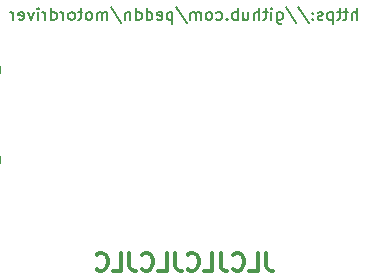
<source format=gbo>
%TF.GenerationSoftware,KiCad,Pcbnew,6.0.11-2627ca5db0~126~ubuntu22.04.1*%
%TF.CreationDate,2023-02-23T11:24:01+01:00*%
%TF.ProjectId,motordriver,6d6f746f-7264-4726-9976-65722e6b6963,rev?*%
%TF.SameCoordinates,Original*%
%TF.FileFunction,Legend,Bot*%
%TF.FilePolarity,Positive*%
%FSLAX46Y46*%
G04 Gerber Fmt 4.6, Leading zero omitted, Abs format (unit mm)*
G04 Created by KiCad (PCBNEW 6.0.11-2627ca5db0~126~ubuntu22.04.1) date 2023-02-23 11:24:01*
%MOMM*%
%LPD*%
G01*
G04 APERTURE LIST*
G04 Aperture macros list*
%AMRoundRect*
0 Rectangle with rounded corners*
0 $1 Rounding radius*
0 $2 $3 $4 $5 $6 $7 $8 $9 X,Y pos of 4 corners*
0 Add a 4 corners polygon primitive as box body*
4,1,4,$2,$3,$4,$5,$6,$7,$8,$9,$2,$3,0*
0 Add four circle primitives for the rounded corners*
1,1,$1+$1,$2,$3*
1,1,$1+$1,$4,$5*
1,1,$1+$1,$6,$7*
1,1,$1+$1,$8,$9*
0 Add four rect primitives between the rounded corners*
20,1,$1+$1,$2,$3,$4,$5,0*
20,1,$1+$1,$4,$5,$6,$7,0*
20,1,$1+$1,$6,$7,$8,$9,0*
20,1,$1+$1,$8,$9,$2,$3,0*%
G04 Aperture macros list end*
%ADD10C,0.300000*%
%ADD11C,0.200000*%
%ADD12RoundRect,0.250000X-0.625000X0.350000X-0.625000X-0.350000X0.625000X-0.350000X0.625000X0.350000X0*%
%ADD13O,1.750000X1.200000*%
%ADD14R,2.400000X1.600000*%
%ADD15O,2.400000X1.600000*%
%ADD16C,0.800000*%
%ADD17C,6.400000*%
%ADD18RoundRect,0.250000X0.625000X-0.350000X0.625000X0.350000X-0.625000X0.350000X-0.625000X-0.350000X0*%
G04 APERTURE END LIST*
D10*
X146728571Y-115778571D02*
X146728571Y-116850000D01*
X146800000Y-117064285D01*
X146942857Y-117207142D01*
X147157142Y-117278571D01*
X147300000Y-117278571D01*
X145300000Y-117278571D02*
X146014285Y-117278571D01*
X146014285Y-115778571D01*
X143942857Y-117135714D02*
X144014285Y-117207142D01*
X144228571Y-117278571D01*
X144371428Y-117278571D01*
X144585714Y-117207142D01*
X144728571Y-117064285D01*
X144800000Y-116921428D01*
X144871428Y-116635714D01*
X144871428Y-116421428D01*
X144800000Y-116135714D01*
X144728571Y-115992857D01*
X144585714Y-115850000D01*
X144371428Y-115778571D01*
X144228571Y-115778571D01*
X144014285Y-115850000D01*
X143942857Y-115921428D01*
X142871428Y-115778571D02*
X142871428Y-116850000D01*
X142942857Y-117064285D01*
X143085714Y-117207142D01*
X143300000Y-117278571D01*
X143442857Y-117278571D01*
X141442857Y-117278571D02*
X142157142Y-117278571D01*
X142157142Y-115778571D01*
X140085714Y-117135714D02*
X140157142Y-117207142D01*
X140371428Y-117278571D01*
X140514285Y-117278571D01*
X140728571Y-117207142D01*
X140871428Y-117064285D01*
X140942857Y-116921428D01*
X141014285Y-116635714D01*
X141014285Y-116421428D01*
X140942857Y-116135714D01*
X140871428Y-115992857D01*
X140728571Y-115850000D01*
X140514285Y-115778571D01*
X140371428Y-115778571D01*
X140157142Y-115850000D01*
X140085714Y-115921428D01*
X139014285Y-115778571D02*
X139014285Y-116850000D01*
X139085714Y-117064285D01*
X139228571Y-117207142D01*
X139442857Y-117278571D01*
X139585714Y-117278571D01*
X137585714Y-117278571D02*
X138300000Y-117278571D01*
X138300000Y-115778571D01*
X136228571Y-117135714D02*
X136300000Y-117207142D01*
X136514285Y-117278571D01*
X136657142Y-117278571D01*
X136871428Y-117207142D01*
X137014285Y-117064285D01*
X137085714Y-116921428D01*
X137157142Y-116635714D01*
X137157142Y-116421428D01*
X137085714Y-116135714D01*
X137014285Y-115992857D01*
X136871428Y-115850000D01*
X136657142Y-115778571D01*
X136514285Y-115778571D01*
X136300000Y-115850000D01*
X136228571Y-115921428D01*
X135157142Y-115778571D02*
X135157142Y-116850000D01*
X135228571Y-117064285D01*
X135371428Y-117207142D01*
X135585714Y-117278571D01*
X135728571Y-117278571D01*
X133728571Y-117278571D02*
X134442857Y-117278571D01*
X134442857Y-115778571D01*
X132371428Y-117135714D02*
X132442857Y-117207142D01*
X132657142Y-117278571D01*
X132800000Y-117278571D01*
X133014285Y-117207142D01*
X133157142Y-117064285D01*
X133228571Y-116921428D01*
X133300000Y-116635714D01*
X133300000Y-116421428D01*
X133228571Y-116135714D01*
X133157142Y-115992857D01*
X133014285Y-115850000D01*
X132800000Y-115778571D01*
X132657142Y-115778571D01*
X132442857Y-115850000D01*
X132371428Y-115921428D01*
D11*
X154419047Y-96052380D02*
X154419047Y-95052380D01*
X153990476Y-96052380D02*
X153990476Y-95528571D01*
X154038095Y-95433333D01*
X154133333Y-95385714D01*
X154276190Y-95385714D01*
X154371428Y-95433333D01*
X154419047Y-95480952D01*
X153657142Y-95385714D02*
X153276190Y-95385714D01*
X153514285Y-95052380D02*
X153514285Y-95909523D01*
X153466666Y-96004761D01*
X153371428Y-96052380D01*
X153276190Y-96052380D01*
X153085714Y-95385714D02*
X152704761Y-95385714D01*
X152942857Y-95052380D02*
X152942857Y-95909523D01*
X152895238Y-96004761D01*
X152800000Y-96052380D01*
X152704761Y-96052380D01*
X152371428Y-95385714D02*
X152371428Y-96385714D01*
X152371428Y-95433333D02*
X152276190Y-95385714D01*
X152085714Y-95385714D01*
X151990476Y-95433333D01*
X151942857Y-95480952D01*
X151895238Y-95576190D01*
X151895238Y-95861904D01*
X151942857Y-95957142D01*
X151990476Y-96004761D01*
X152085714Y-96052380D01*
X152276190Y-96052380D01*
X152371428Y-96004761D01*
X151514285Y-96004761D02*
X151419047Y-96052380D01*
X151228571Y-96052380D01*
X151133333Y-96004761D01*
X151085714Y-95909523D01*
X151085714Y-95861904D01*
X151133333Y-95766666D01*
X151228571Y-95719047D01*
X151371428Y-95719047D01*
X151466666Y-95671428D01*
X151514285Y-95576190D01*
X151514285Y-95528571D01*
X151466666Y-95433333D01*
X151371428Y-95385714D01*
X151228571Y-95385714D01*
X151133333Y-95433333D01*
X150657142Y-95957142D02*
X150609523Y-96004761D01*
X150657142Y-96052380D01*
X150704761Y-96004761D01*
X150657142Y-95957142D01*
X150657142Y-96052380D01*
X150657142Y-95433333D02*
X150609523Y-95480952D01*
X150657142Y-95528571D01*
X150704761Y-95480952D01*
X150657142Y-95433333D01*
X150657142Y-95528571D01*
X149466666Y-95004761D02*
X150323809Y-96290476D01*
X148419047Y-95004761D02*
X149276190Y-96290476D01*
X147657142Y-95385714D02*
X147657142Y-96195238D01*
X147704761Y-96290476D01*
X147752380Y-96338095D01*
X147847619Y-96385714D01*
X147990476Y-96385714D01*
X148085714Y-96338095D01*
X147657142Y-96004761D02*
X147752380Y-96052380D01*
X147942857Y-96052380D01*
X148038095Y-96004761D01*
X148085714Y-95957142D01*
X148133333Y-95861904D01*
X148133333Y-95576190D01*
X148085714Y-95480952D01*
X148038095Y-95433333D01*
X147942857Y-95385714D01*
X147752380Y-95385714D01*
X147657142Y-95433333D01*
X147180952Y-96052380D02*
X147180952Y-95385714D01*
X147180952Y-95052380D02*
X147228571Y-95100000D01*
X147180952Y-95147619D01*
X147133333Y-95100000D01*
X147180952Y-95052380D01*
X147180952Y-95147619D01*
X146847619Y-95385714D02*
X146466666Y-95385714D01*
X146704761Y-95052380D02*
X146704761Y-95909523D01*
X146657142Y-96004761D01*
X146561904Y-96052380D01*
X146466666Y-96052380D01*
X146133333Y-96052380D02*
X146133333Y-95052380D01*
X145704761Y-96052380D02*
X145704761Y-95528571D01*
X145752380Y-95433333D01*
X145847619Y-95385714D01*
X145990476Y-95385714D01*
X146085714Y-95433333D01*
X146133333Y-95480952D01*
X144800000Y-95385714D02*
X144800000Y-96052380D01*
X145228571Y-95385714D02*
X145228571Y-95909523D01*
X145180952Y-96004761D01*
X145085714Y-96052380D01*
X144942857Y-96052380D01*
X144847619Y-96004761D01*
X144800000Y-95957142D01*
X144323809Y-96052380D02*
X144323809Y-95052380D01*
X144323809Y-95433333D02*
X144228571Y-95385714D01*
X144038095Y-95385714D01*
X143942857Y-95433333D01*
X143895238Y-95480952D01*
X143847619Y-95576190D01*
X143847619Y-95861904D01*
X143895238Y-95957142D01*
X143942857Y-96004761D01*
X144038095Y-96052380D01*
X144228571Y-96052380D01*
X144323809Y-96004761D01*
X143419047Y-95957142D02*
X143371428Y-96004761D01*
X143419047Y-96052380D01*
X143466666Y-96004761D01*
X143419047Y-95957142D01*
X143419047Y-96052380D01*
X142514285Y-96004761D02*
X142609523Y-96052380D01*
X142800000Y-96052380D01*
X142895238Y-96004761D01*
X142942857Y-95957142D01*
X142990476Y-95861904D01*
X142990476Y-95576190D01*
X142942857Y-95480952D01*
X142895238Y-95433333D01*
X142800000Y-95385714D01*
X142609523Y-95385714D01*
X142514285Y-95433333D01*
X141942857Y-96052380D02*
X142038095Y-96004761D01*
X142085714Y-95957142D01*
X142133333Y-95861904D01*
X142133333Y-95576190D01*
X142085714Y-95480952D01*
X142038095Y-95433333D01*
X141942857Y-95385714D01*
X141800000Y-95385714D01*
X141704761Y-95433333D01*
X141657142Y-95480952D01*
X141609523Y-95576190D01*
X141609523Y-95861904D01*
X141657142Y-95957142D01*
X141704761Y-96004761D01*
X141800000Y-96052380D01*
X141942857Y-96052380D01*
X141180952Y-96052380D02*
X141180952Y-95385714D01*
X141180952Y-95480952D02*
X141133333Y-95433333D01*
X141038095Y-95385714D01*
X140895238Y-95385714D01*
X140800000Y-95433333D01*
X140752380Y-95528571D01*
X140752380Y-96052380D01*
X140752380Y-95528571D02*
X140704761Y-95433333D01*
X140609523Y-95385714D01*
X140466666Y-95385714D01*
X140371428Y-95433333D01*
X140323809Y-95528571D01*
X140323809Y-96052380D01*
X139133333Y-95004761D02*
X139990476Y-96290476D01*
X138800000Y-95385714D02*
X138800000Y-96385714D01*
X138800000Y-95433333D02*
X138704761Y-95385714D01*
X138514285Y-95385714D01*
X138419047Y-95433333D01*
X138371428Y-95480952D01*
X138323809Y-95576190D01*
X138323809Y-95861904D01*
X138371428Y-95957142D01*
X138419047Y-96004761D01*
X138514285Y-96052380D01*
X138704761Y-96052380D01*
X138800000Y-96004761D01*
X137514285Y-96004761D02*
X137609523Y-96052380D01*
X137800000Y-96052380D01*
X137895238Y-96004761D01*
X137942857Y-95909523D01*
X137942857Y-95528571D01*
X137895238Y-95433333D01*
X137800000Y-95385714D01*
X137609523Y-95385714D01*
X137514285Y-95433333D01*
X137466666Y-95528571D01*
X137466666Y-95623809D01*
X137942857Y-95719047D01*
X136609523Y-96052380D02*
X136609523Y-95052380D01*
X136609523Y-96004761D02*
X136704761Y-96052380D01*
X136895238Y-96052380D01*
X136990476Y-96004761D01*
X137038095Y-95957142D01*
X137085714Y-95861904D01*
X137085714Y-95576190D01*
X137038095Y-95480952D01*
X136990476Y-95433333D01*
X136895238Y-95385714D01*
X136704761Y-95385714D01*
X136609523Y-95433333D01*
X135704761Y-96052380D02*
X135704761Y-95052380D01*
X135704761Y-96004761D02*
X135800000Y-96052380D01*
X135990476Y-96052380D01*
X136085714Y-96004761D01*
X136133333Y-95957142D01*
X136180952Y-95861904D01*
X136180952Y-95576190D01*
X136133333Y-95480952D01*
X136085714Y-95433333D01*
X135990476Y-95385714D01*
X135800000Y-95385714D01*
X135704761Y-95433333D01*
X135228571Y-95385714D02*
X135228571Y-96052380D01*
X135228571Y-95480952D02*
X135180952Y-95433333D01*
X135085714Y-95385714D01*
X134942857Y-95385714D01*
X134847619Y-95433333D01*
X134800000Y-95528571D01*
X134800000Y-96052380D01*
X133609523Y-95004761D02*
X134466666Y-96290476D01*
X133276190Y-96052380D02*
X133276190Y-95385714D01*
X133276190Y-95480952D02*
X133228571Y-95433333D01*
X133133333Y-95385714D01*
X132990476Y-95385714D01*
X132895238Y-95433333D01*
X132847619Y-95528571D01*
X132847619Y-96052380D01*
X132847619Y-95528571D02*
X132800000Y-95433333D01*
X132704761Y-95385714D01*
X132561904Y-95385714D01*
X132466666Y-95433333D01*
X132419047Y-95528571D01*
X132419047Y-96052380D01*
X131800000Y-96052380D02*
X131895238Y-96004761D01*
X131942857Y-95957142D01*
X131990476Y-95861904D01*
X131990476Y-95576190D01*
X131942857Y-95480952D01*
X131895238Y-95433333D01*
X131800000Y-95385714D01*
X131657142Y-95385714D01*
X131561904Y-95433333D01*
X131514285Y-95480952D01*
X131466666Y-95576190D01*
X131466666Y-95861904D01*
X131514285Y-95957142D01*
X131561904Y-96004761D01*
X131657142Y-96052380D01*
X131800000Y-96052380D01*
X131180952Y-95385714D02*
X130800000Y-95385714D01*
X131038095Y-95052380D02*
X131038095Y-95909523D01*
X130990476Y-96004761D01*
X130895238Y-96052380D01*
X130800000Y-96052380D01*
X130323809Y-96052380D02*
X130419047Y-96004761D01*
X130466666Y-95957142D01*
X130514285Y-95861904D01*
X130514285Y-95576190D01*
X130466666Y-95480952D01*
X130419047Y-95433333D01*
X130323809Y-95385714D01*
X130180952Y-95385714D01*
X130085714Y-95433333D01*
X130038095Y-95480952D01*
X129990476Y-95576190D01*
X129990476Y-95861904D01*
X130038095Y-95957142D01*
X130085714Y-96004761D01*
X130180952Y-96052380D01*
X130323809Y-96052380D01*
X129561904Y-96052380D02*
X129561904Y-95385714D01*
X129561904Y-95576190D02*
X129514285Y-95480952D01*
X129466666Y-95433333D01*
X129371428Y-95385714D01*
X129276190Y-95385714D01*
X128514285Y-96052380D02*
X128514285Y-95052380D01*
X128514285Y-96004761D02*
X128609523Y-96052380D01*
X128800000Y-96052380D01*
X128895238Y-96004761D01*
X128942857Y-95957142D01*
X128990476Y-95861904D01*
X128990476Y-95576190D01*
X128942857Y-95480952D01*
X128895238Y-95433333D01*
X128800000Y-95385714D01*
X128609523Y-95385714D01*
X128514285Y-95433333D01*
X128038095Y-96052380D02*
X128038095Y-95385714D01*
X128038095Y-95576190D02*
X127990476Y-95480952D01*
X127942857Y-95433333D01*
X127847619Y-95385714D01*
X127752380Y-95385714D01*
X127419047Y-96052380D02*
X127419047Y-95385714D01*
X127419047Y-95052380D02*
X127466666Y-95100000D01*
X127419047Y-95147619D01*
X127371428Y-95100000D01*
X127419047Y-95052380D01*
X127419047Y-95147619D01*
X127038095Y-95385714D02*
X126800000Y-96052380D01*
X126561904Y-95385714D01*
X125800000Y-96004761D02*
X125895238Y-96052380D01*
X126085714Y-96052380D01*
X126180952Y-96004761D01*
X126228571Y-95909523D01*
X126228571Y-95528571D01*
X126180952Y-95433333D01*
X126085714Y-95385714D01*
X125895238Y-95385714D01*
X125800000Y-95433333D01*
X125752380Y-95528571D01*
X125752380Y-95623809D01*
X126228571Y-95719047D01*
X125323809Y-96052380D02*
X125323809Y-95385714D01*
X125323809Y-95576190D02*
X125276190Y-95480952D01*
X125228571Y-95433333D01*
X125133333Y-95385714D01*
X125038095Y-95385714D01*
%LPC*%
D12*
%TO.C,SW1*%
X156350000Y-105915000D03*
D13*
X156350000Y-107915000D03*
%TD*%
D14*
%TO.C,U1*%
X142175000Y-99315000D03*
D15*
X142175000Y-101855000D03*
X142175000Y-104395000D03*
X142175000Y-106935000D03*
X149795000Y-106935000D03*
X149795000Y-104395000D03*
X149795000Y-101855000D03*
X149795000Y-99315000D03*
%TD*%
D16*
%TO.C,H3*%
X158800000Y-114515000D03*
D17*
X156400000Y-114515000D03*
D16*
X158097056Y-112817944D03*
X154000000Y-114515000D03*
X156400000Y-116915000D03*
X154702944Y-116212056D03*
X154702944Y-112817944D03*
X156400000Y-112115000D03*
X158097056Y-116212056D03*
%TD*%
D18*
%TO.C,M1*%
X123400000Y-100315000D03*
D13*
X123400000Y-98315000D03*
%TD*%
D16*
%TO.C,H4*%
X158097056Y-93412056D03*
X156400000Y-89315000D03*
X154702944Y-90017944D03*
X154000000Y-91715000D03*
X154702944Y-93412056D03*
D17*
X156400000Y-91715000D03*
D16*
X156400000Y-94115000D03*
X158097056Y-90017944D03*
X158800000Y-91715000D03*
%TD*%
D14*
%TO.C,U2*%
X129775000Y-99315000D03*
D15*
X129775000Y-101855000D03*
X129775000Y-104395000D03*
X129775000Y-106935000D03*
X137395000Y-106935000D03*
X137395000Y-104395000D03*
X137395000Y-101855000D03*
X137395000Y-99315000D03*
%TD*%
D12*
%TO.C,SW2*%
X156350000Y-98315000D03*
D13*
X156350000Y-100315000D03*
%TD*%
D16*
%TO.C,H2*%
X123400000Y-116915000D03*
X121000000Y-114515000D03*
X125097056Y-116212056D03*
X125800000Y-114515000D03*
X123400000Y-112115000D03*
X121702944Y-116212056D03*
X125097056Y-112817944D03*
D17*
X123400000Y-114515000D03*
D16*
X121702944Y-112817944D03*
%TD*%
D18*
%TO.C,J1*%
X123400000Y-107915000D03*
D13*
X123400000Y-105915000D03*
%TD*%
D16*
%TO.C,H1*%
X125097056Y-93412056D03*
X121702944Y-93412056D03*
D17*
X123400000Y-91715000D03*
D16*
X121702944Y-90017944D03*
X125097056Y-90017944D03*
X123400000Y-94115000D03*
X125800000Y-91715000D03*
X123400000Y-89315000D03*
X121000000Y-91715000D03*
%TD*%
M02*

</source>
